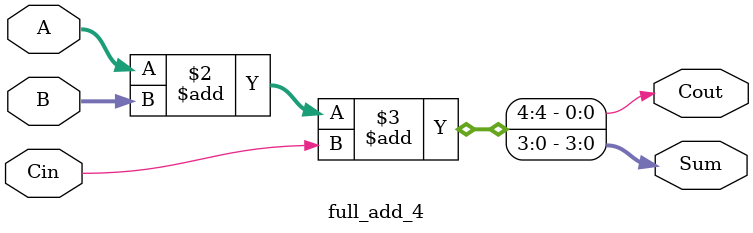
<source format=v>
module full_add_4(input [3:0] A, 
		  input [3:0] B,
		  input Cin, 			
		  output reg [3:0] Sum,
		  output reg Cout);

always @(A,B,Cin)
begin
     {Cout,Sum} = A+B+Cin;
end
endmodule  
</source>
